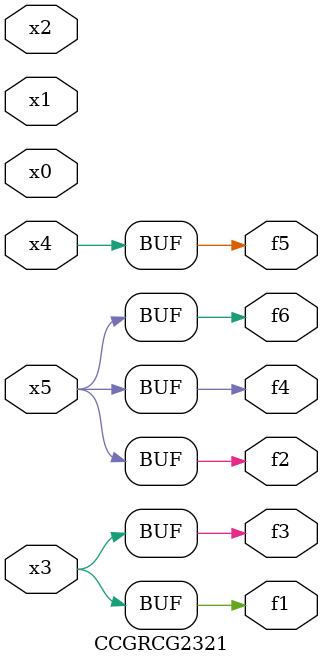
<source format=v>
module CCGRCG2321(
	input x0, x1, x2, x3, x4, x5,
	output f1, f2, f3, f4, f5, f6
);
	assign f1 = x3;
	assign f2 = x5;
	assign f3 = x3;
	assign f4 = x5;
	assign f5 = x4;
	assign f6 = x5;
endmodule

</source>
